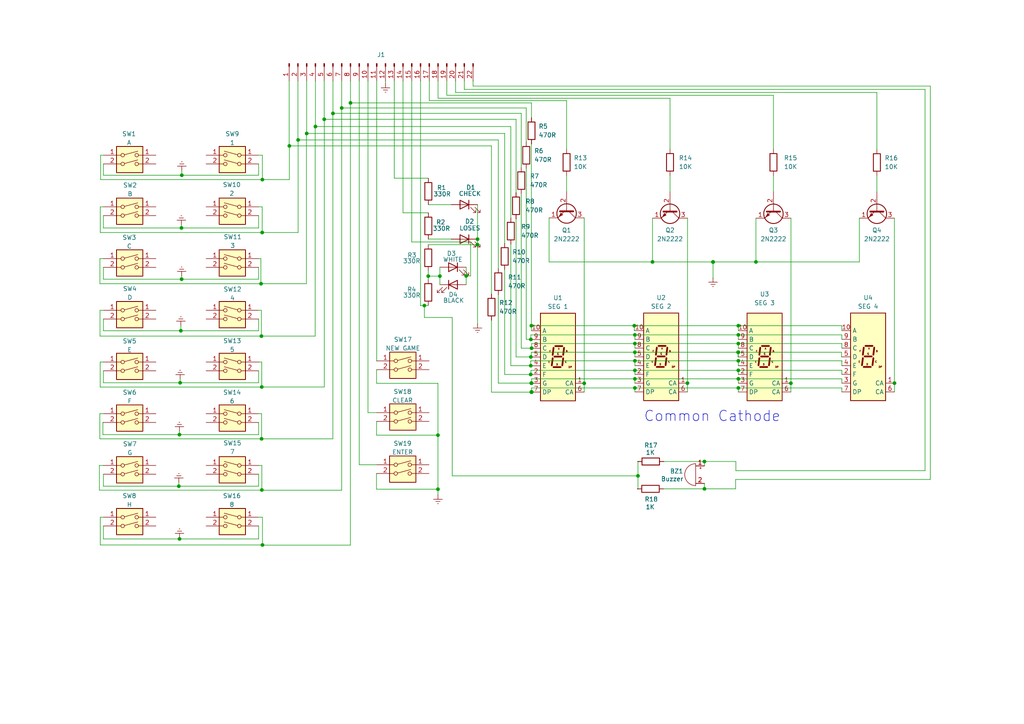
<source format=kicad_sch>
(kicad_sch (version 20230121) (generator eeschema)
  (paper "A4")
  (title_block (title "CHESSmate Membrane") (date "January 15, 2024"))
  (lib_symbols
    (symbol "Connector:Conn_01x22_Pin" (pin_names (offset 1.016) hide)
      (property "Reference" "J" (at 0 27.94 0))
      (property "Value" "Conn_01x22_Pin" (at 0 -30.48 0))
      (symbol "Conn_01x22_Pin_1_1"
        (pin passive line (at 5.08 25.4 180) (length 3.81) (name "Pin_1") (number "1"))
        (pin passive line (at 5.08 2.54 180) (length 3.81) (name "Pin_10") (number "10"))
        (pin passive line (at 5.08 0 180) (length 3.81) (name "Pin_11") (number "11"))
        (pin passive line (at 5.08 -2.54 180) (length 3.81) (name "Pin_12") (number "12"))
        (pin passive line (at 5.08 -5.08 180) (length 3.81) (name "Pin_13") (number "13"))
        (pin passive line (at 5.08 -7.62 180) (length 3.81) (name "Pin_14") (number "14"))
        (pin passive line (at 5.08 -10.16 180) (length 3.81) (name "Pin_15") (number "15"))
        (pin passive line (at 5.08 -12.7 180) (length 3.81) (name "Pin_16") (number "16"))
        (pin passive line (at 5.08 -15.24 180) (length 3.81) (name "Pin_17") (number "17"))
        (pin passive line (at 5.08 -17.78 180) (length 3.81) (name "Pin_18") (number "18"))
        (pin passive line (at 5.08 -20.32 180) (length 3.81) (name "Pin_19") (number "19"))
        (pin passive line (at 5.08 22.86 180) (length 3.81) (name "Pin_2") (number "2"))
        (pin passive line (at 5.08 -22.86 180) (length 3.81) (name "Pin_20") (number "20"))
        (pin passive line (at 5.08 -25.4 180) (length 3.81) (name "Pin_21") (number "21"))
        (pin passive line (at 5.08 -27.94 180) (length 3.81) (name "Pin_22") (number "22"))
        (pin passive line (at 5.08 20.32 180) (length 3.81) (name "Pin_3") (number "3"))
        (pin passive line (at 5.08 17.78 180) (length 3.81) (name "Pin_4") (number "4"))
        (pin passive line (at 5.08 15.24 180) (length 3.81) (name "Pin_5") (number "5"))
        (pin passive line (at 5.08 12.7 180) (length 3.81) (name "Pin_6") (number "6"))
        (pin passive line (at 5.08 10.16 180) (length 3.81) (name "Pin_7") (number "7"))
        (pin passive line (at 5.08 7.62 180) (length 3.81) (name "Pin_8") (number "8"))
        (pin passive line (at 5.08 5.08 180) (length 3.81) (name "Pin_9") (number "9"))
      )
    )
    (symbol "Device:Buzzer" (pin_names (offset 0.0254) hide)
      (property "Reference" "BZ" (at 3.81 1.27 0))
      (property "Value" "Buzzer" (at 3.81 -1.27 0))
      (symbol "Buzzer_1_1"
        (pin passive line (at -2.54 2.54 0) (length 2.54) (name "-") (number "1"))
        (pin passive line (at -2.54 -2.54 0) (length 2.54) (name "+") (number "2"))
      )
    )
    (symbol "Device:LED" (pin_numbers hide) (pin_names (offset 1.016) hide)
      (property "Reference" "D" (at 0 2.54 0))
      (property "Value" "LED" (at 0 -2.54 0))
      (symbol "LED_1_1"
        (pin passive line (at -3.81 0 0) (length 2.54) (name "K") (number "1"))
        (pin passive line (at 3.81 0 180) (length 2.54) (name "A") (number "2"))
      )
    )
    (symbol "Device:R" (pin_numbers hide) (pin_names (offset 0))
      (property "Reference" "R" (at 2.032 0 90))
      (property "Value" "R" (at 0 0 90))
      (symbol "R_1_1"
        (pin passive line (at 0 3.81 270) (length 1.27) (name "~") (number "1"))
        (pin passive line (at 0 -3.81 90) (length 1.27) (name "~") (number "2"))
      )
    )
    (symbol "Display_Character:HDSP-A151"
      (property "Reference" "U" (at -3.81 13.97 0))
      (property "Value" "HDSP-A151" (at 6.35 13.97 0))
      (symbol "HDSP-A151_1_0"
        (text "A" (at 0.254 2.413 0) (effects (font (size 0.508 0.508))))
        (text "B" (at 2.54 1.651 0) (effects (font (size 0.508 0.508))))
        (text "C" (at 2.286 -1.397 0) (effects (font (size 0.508 0.508))))
        (text "D" (at -0.254 -2.159 0) (effects (font (size 0.508 0.508))))
        (text "DP" (at 3.556 -2.921 0) (effects (font (size 0.508 0.508))))
        (text "E" (at -2.54 -1.397 0) (effects (font (size 0.508 0.508))))
        (text "F" (at -2.286 1.651 0) (effects (font (size 0.508 0.508))))
        (text "G" (at 0 0.889 0) (effects (font (size 0.508 0.508))))
      )
      (symbol "HDSP-A151_1_1"
        (pin input line (at 7.62 -7.62 180) (length 2.54) (name "CA") (number "1"))
        (pin input line (at -7.62 7.62 0) (length 2.54) (name "A") (number "10"))
        (pin input line (at -7.62 -5.08 0) (length 2.54) (name "F") (number "2"))
        (pin input line (at -7.62 -7.62 0) (length 2.54) (name "G") (number "3"))
        (pin input line (at -7.62 -2.54 0) (length 2.54) (name "E") (number "4"))
        (pin input line (at -7.62 0 0) (length 2.54) (name "D") (number "5"))
        (pin input line (at 7.62 -10.16 180) (length 2.54) (name "CA") (number "6"))
        (pin input line (at -7.62 -10.16 0) (length 2.54) (name "DP") (number "7"))
        (pin input line (at -7.62 2.54 0) (length 2.54) (name "C") (number "8"))
        (pin input line (at -7.62 5.08 0) (length 2.54) (name "B") (number "9"))
      )
    )
    (symbol "SW_DIP_x02_1" (pin_names (offset 0) hide)
      (property "Reference" "SW17" (at 0.0254 8.7376 0))
      (property "Value" "NEW GAME" (at 0.0254 6.1976 0))
      (symbol "SW_DIP_x02_1_1_1"
        (pin passive line (at -7.62 2.54 0) (length 5.08) (name "~") (number "1"))
        (pin passive line (at 7.62 2.54 180) (length 5.08) (name "~") (number "1"))
        (pin passive line (at -7.62 0 0) (length 5.08) (name "~") (number "2"))
        (pin passive line (at 7.62 0 180) (length 5.08) (name "~") (number "2"))
      )
    )
    (symbol "SW_DIP_x02_10" (pin_names (offset 0) hide)
      (property "Reference" "SW4" (at 0.0508 8.7884 0))
      (property "Value" "D" (at 0.0508 6.2484 0))
      (symbol "SW_DIP_x02_10_1_1"
        (pin passive line (at -7.62 2.54 0) (length 5.08) (name "~") (number "1"))
        (pin passive line (at 7.62 2.54 180) (length 5.08) (name "~") (number "1"))
        (pin passive line (at -7.62 0 0) (length 5.08) (name "~") (number "2"))
        (pin passive line (at 7.62 0 180) (length 5.08) (name "~") (number "2"))
      )
    )
    (symbol "SW_DIP_x02_11" (pin_names (offset 0) hide)
      (property "Reference" "SW12" (at -0.0508 8.636 0))
      (property "Value" "4" (at -0.0508 6.096 0))
      (symbol "SW_DIP_x02_11_1_1"
        (pin passive line (at -7.62 2.54 0) (length 5.08) (name "~") (number "1"))
        (pin passive line (at 7.62 2.54 180) (length 5.08) (name "~") (number "1"))
        (pin passive line (at -7.62 0 0) (length 5.08) (name "~") (number "2"))
        (pin passive line (at 7.62 0 180) (length 5.08) (name "~") (number "2"))
      )
    )
    (symbol "SW_DIP_x02_12" (pin_names (offset 0) hide)
      (property "Reference" "SW5" (at -0.0254 8.6106 0))
      (property "Value" "E" (at -0.0254 6.0706 0))
      (symbol "SW_DIP_x02_12_1_1"
        (pin passive line (at -7.62 2.54 0) (length 5.08) (name "~") (number "1"))
        (pin passive line (at 7.62 2.54 180) (length 5.08) (name "~") (number "1"))
        (pin passive line (at -7.62 0 0) (length 5.08) (name "~") (number "2"))
        (pin passive line (at 7.62 0 180) (length 5.08) (name "~") (number "2"))
      )
    )
    (symbol "SW_DIP_x02_13" (pin_names (offset 0) hide)
      (property "Reference" "SW13" (at 0.0254 8.6868 0))
      (property "Value" "5" (at 0.0254 6.1468 0))
      (symbol "SW_DIP_x02_13_1_1"
        (pin passive line (at -7.62 2.54 0) (length 5.08) (name "~") (number "1"))
        (pin passive line (at 7.62 2.54 180) (length 5.08) (name "~") (number "1"))
        (pin passive line (at -7.62 0 0) (length 5.08) (name "~") (number "2"))
        (pin passive line (at 7.62 0 180) (length 5.08) (name "~") (number "2"))
      )
    )
    (symbol "SW_DIP_x02_14" (pin_names (offset 0) hide)
      (property "Reference" "SW6" (at 0 8.7122 0))
      (property "Value" "F" (at 0 6.1722 0))
      (symbol "SW_DIP_x02_14_1_1"
        (pin passive line (at -7.62 2.54 0) (length 5.08) (name "~") (number "1"))
        (pin passive line (at 7.62 2.54 180) (length 5.08) (name "~") (number "1"))
        (pin passive line (at -7.62 0 0) (length 5.08) (name "~") (number "2"))
        (pin passive line (at 7.62 0 180) (length 5.08) (name "~") (number "2"))
      )
    )
    (symbol "SW_DIP_x02_15" (pin_names (offset 0) hide)
      (property "Reference" "SW14" (at 0.0508 8.7122 0))
      (property "Value" "6" (at 0.0508 6.1722 0))
      (symbol "SW_DIP_x02_15_1_1"
        (pin passive line (at -7.62 2.54 0) (length 5.08) (name "~") (number "1"))
        (pin passive line (at 7.62 2.54 180) (length 5.08) (name "~") (number "1"))
        (pin passive line (at -7.62 0 0) (length 5.08) (name "~") (number "2"))
        (pin passive line (at 7.62 0 180) (length 5.08) (name "~") (number "2"))
      )
    )
    (symbol "SW_DIP_x02_16" (pin_names (offset 0) hide)
      (property "Reference" "SW7" (at 0.0508 8.763 0))
      (property "Value" "G" (at 0.0508 6.223 0))
      (symbol "SW_DIP_x02_16_1_1"
        (pin passive line (at -7.62 2.54 0) (length 5.08) (name "~") (number "1"))
        (pin passive line (at 7.62 2.54 180) (length 5.08) (name "~") (number "1"))
        (pin passive line (at -7.62 0 0) (length 5.08) (name "~") (number "2"))
        (pin passive line (at 7.62 0 180) (length 5.08) (name "~") (number "2"))
      )
    )
    (symbol "SW_DIP_x02_17" (pin_names (offset 0) hide)
      (property "Reference" "SW15" (at -0.0254 9.0424 0))
      (property "Value" "7" (at -0.0254 6.5024 0))
      (symbol "SW_DIP_x02_17_1_1"
        (pin passive line (at -7.62 2.54 0) (length 5.08) (name "~") (number "1"))
        (pin passive line (at 7.62 2.54 180) (length 5.08) (name "~") (number "1"))
        (pin passive line (at -7.62 0 0) (length 5.08) (name "~") (number "2"))
        (pin passive line (at 7.62 0 180) (length 5.08) (name "~") (number "2"))
      )
    )
    (symbol "SW_DIP_x02_18" (pin_names (offset 0) hide)
      (property "Reference" "SW8" (at -0.0762 8.7376 0))
      (property "Value" "H" (at -0.0762 6.1976 0))
      (symbol "SW_DIP_x02_18_1_1"
        (pin passive line (at -7.62 2.54 0) (length 5.08) (name "~") (number "1"))
        (pin passive line (at 7.62 2.54 180) (length 5.08) (name "~") (number "1"))
        (pin passive line (at -7.62 0 0) (length 5.08) (name "~") (number "2"))
        (pin passive line (at 7.62 0 180) (length 5.08) (name "~") (number "2"))
      )
    )
    (symbol "SW_DIP_x02_2" (pin_names (offset 0) hide)
      (property "Reference" "SW18" (at -0.0762 8.636 0))
      (property "Value" "CLEAR" (at -0.0762 6.096 0))
      (symbol "SW_DIP_x02_2_1_1"
        (pin passive line (at -7.62 2.54 0) (length 5.08) (name "~") (number "1"))
        (pin passive line (at 7.62 2.54 180) (length 5.08) (name "~") (number "1"))
        (pin passive line (at -7.62 0 0) (length 5.08) (name "~") (number "2"))
        (pin passive line (at 7.62 0 180) (length 5.08) (name "~") (number "2"))
      )
    )
    (symbol "SW_DIP_x02_3" (pin_names (offset 0) hide)
      (property "Reference" "SW19" (at -0.0508 8.7122 0))
      (property "Value" "ENTER" (at -0.0508 6.1722 0))
      (symbol "SW_DIP_x02_3_1_1"
        (pin passive line (at -7.62 2.54 0) (length 5.08) (name "~") (number "1"))
        (pin passive line (at 7.62 2.54 180) (length 5.08) (name "~") (number "1"))
        (pin passive line (at -7.62 0 0) (length 5.08) (name "~") (number "2"))
        (pin passive line (at 7.62 0 180) (length 5.08) (name "~") (number "2"))
      )
    )
    (symbol "SW_DIP_x02_4" (pin_names (offset 0) hide)
      (property "Reference" "SW1" (at -0.1778 8.7122 0))
      (property "Value" "A" (at -0.1778 6.1722 0))
      (symbol "SW_DIP_x02_4_1_1"
        (pin passive line (at -7.62 2.54 0) (length 5.08) (name "~") (number "1"))
        (pin passive line (at 7.62 2.54 180) (length 5.08) (name "~") (number "1"))
        (pin passive line (at -7.62 0 0) (length 5.08) (name "~") (number "2"))
        (pin passive line (at 7.62 0 180) (length 5.08) (name "~") (number "2"))
      )
    )
    (symbol "SW_DIP_x02_5" (pin_names (offset 0) hide)
      (property "Reference" "SW9" (at 0 8.7122 0))
      (property "Value" "1" (at 0 6.1722 0))
      (symbol "SW_DIP_x02_5_1_1"
        (pin passive line (at -7.62 2.54 0) (length 5.08) (name "~") (number "1"))
        (pin passive line (at 7.62 2.54 180) (length 5.08) (name "~") (number "1"))
        (pin passive line (at 7.62 0 180) (length 5.08) (name "`") (number "2"))
        (pin passive line (at -7.62 0 0) (length 5.08) (name "~") (number "2"))
      )
    )
    (symbol "SW_DIP_x02_6" (pin_names (offset 0) hide)
      (property "Reference" "SW2" (at 0.1016 8.8138 0))
      (property "Value" "B" (at 0.1016 6.2738 0))
      (symbol "SW_DIP_x02_6_1_1"
        (pin passive line (at -7.62 2.54 0) (length 5.08) (name "~") (number "1"))
        (pin passive line (at 7.62 2.54 180) (length 5.08) (name "~") (number "1"))
        (pin passive line (at -7.62 0 0) (length 5.08) (name "~") (number "2"))
        (pin passive line (at 7.62 0 180) (length 5.08) (name "~") (number "2"))
      )
    )
    (symbol "SW_DIP_x02_7" (pin_names (offset 0) hide)
      (property "Reference" "SW10" (at 0.1524 8.9662 0))
      (property "Value" "2" (at 0.1524 6.4262 0))
      (symbol "SW_DIP_x02_7_1_1"
        (pin passive line (at -7.62 2.54 0) (length 5.08) (name "~") (number "1"))
        (pin passive line (at 7.62 2.54 180) (length 5.08) (name "~") (number "1"))
        (pin passive line (at -7.62 0 0) (length 5.08) (name "~") (number "2"))
        (pin passive line (at 7.62 0 180) (length 5.08) (name "~") (number "2"))
      )
    )
    (symbol "SW_DIP_x02_8" (pin_names (offset 0) hide)
      (property "Reference" "SW3" (at -0.1016 8.6614 0))
      (property "Value" "C" (at -0.1016 6.1214 0))
      (symbol "SW_DIP_x02_8_1_1"
        (pin passive line (at -7.62 2.54 0) (length 5.08) (name "~") (number "1"))
        (pin passive line (at 7.62 2.54 180) (length 5.08) (name "~") (number "1"))
        (pin passive line (at -7.62 0 0) (length 5.08) (name "~") (number "2"))
        (pin passive line (at 7.62 0 180) (length 5.08) (name "~") (number "2"))
      )
    )
    (symbol "SW_DIP_x02_9" (pin_names (offset 0) hide)
      (property "Reference" "SW11" (at -0.1016 8.8392 0))
      (property "Value" "3" (at -0.1016 6.2992 0))
      (symbol "SW_DIP_x02_9_1_1"
        (pin passive line (at -7.62 2.54 0) (length 5.08) (name "~") (number "1"))
        (pin passive line (at 7.62 2.54 180) (length 5.08) (name "~") (number "1"))
        (pin passive line (at -7.62 0 0) (length 5.08) (name "~") (number "2"))
        (pin passive line (at 7.62 0 180) (length 5.08) (name "~") (number "2"))
      )
    )
    (symbol "Switch:SW_DIP_x02" (pin_names (offset 0) hide)
      (property "Reference" "SW16" (at 0.127 8.7376 0))
      (property "Value" "8" (at 0.127 6.1976 0))
      (symbol "SW_DIP_x02_1_1"
        (pin passive line (at -7.62 2.54 0) (length 5.08) (name "~") (number "1"))
        (pin passive line (at 7.62 2.54 180) (length 5.08) (name "~") (number "1"))
        (pin passive line (at -7.62 0 0) (length 5.08) (name "~") (number "2"))
        (pin passive line (at 7.62 0 180) (length 5.08) (name "~") (number "2"))
      )
    )
    (symbol "Transistor_BJT:PN2222A" (pin_names (offset 0) hide)
      (property "Reference" "Q" (at 5.08 1.905 0))
      (property "Value" "PN2222A" (at 5.08 0 0))
      (symbol "PN2222A_1_1"
        (pin passive line (at 2.54 -5.08 90) (length 2.54) (name "E") (number "1"))
        (pin input line (at -5.08 0 0) (length 5.08) (name "B") (number "2"))
        (pin passive line (at 2.54 5.08 270) (length 2.54) (name "C") (number "3"))
      )
    )
    (symbol "power:GNDREF" (power) (pin_names (offset 0))
      (property "Value" "GNDREF" (at 0 -3.81 0))
      (symbol "GNDREF_1_1"
        (pin power_in line (at 0 0 270) (length 0) hide (name "GNDREF") (number "1"))
      )
    )
  )
  (junction (at 154.1272 94.4626))
  (junction (at 101.6508 29.845))
  (junction (at 135.2042 80.0354))
  (junction (at 154.1526 111.1504))
  (junction (at 52.6288 66.1162))
  (junction (at 184.15 97.1296))
  (junction (at 214.1474 102.1588))
  (junction (at 75.9206 112.2426))
  (junction (at 127.0254 126.2126))
  (junction (at 206.8068 75.9714))
  (junction (at 154.1474 111.125))
  (junction (at 154.178 100.9904))
  (junction (at 75.946 142.113))
  (junction (at 154.1728 113.7412))
  (junction (at 169.4434 111.1758))
  (junction (at 199.39 111.125))
  (junction (at 184.15 112.522))
  (junction (at 214.1474 99.6442))
  (junction (at 52.2478 111.0234))
  (junction (at 83.9216 42.3164))
  (junction (at 138.5062 69.3674))
  (junction (at 214.1474 112.522))
  (junction (at 52.6796 80.9752))
  (junction (at 75.819 97.4852))
  (junction (at 219.2528 75.9714))
  (junction (at 154.1526 113.7412))
  (junction (at 214.0712 102.1588))
  (junction (at 184.15 102.1588))
  (junction (at 86.4616 40.5892))
  (junction (at 76.0476 67.437))
  (junction (at 259.4356 111.125))
  (junction (at 138.5062 70.9676))
  (junction (at 76.0984 52.0954))
  (junction (at 52.7304 50.8254))
  (junction (at 204.3176 141.7828))
  (junction (at 189.2554 75.9714))
  (junction (at 153.9748 98.4504))
  (junction (at 91.4908 36.703))
  (junction (at 214.1474 109.8804))
  (junction (at 184.15 109.8804))
  (junction (at 76.1238 158.0642))
  (junction (at 153.9494 106.0704))
  (junction (at 229.3874 111.1504))
  (junction (at 99.1108 31.3182))
  (junction (at 96.5708 32.893))
  (junction (at 185.039 138.0236))
  (junction (at 214.1474 104.648))
  (junction (at 214.1474 94.4626))
  (junction (at 184.15 107.4166))
  (junction (at 154.1728 113.6904))
  (junction (at 214.1474 97.1296))
  (junction (at 75.7174 82.296))
  (junction (at 184.15 104.648))
  (junction (at 94.0308 34.5948))
  (junction (at 184.15 99.6442))
  (junction (at 154.1018 111.125))
  (junction (at 88.9508 38.7096))
  (junction (at 52.451 95.9358))
  (junction (at 206.8068 75.9968))
  (junction (at 51.8668 141.0208))
  (junction (at 127.5842 80.0862))
  (junction (at 183.9722 94.4626))
  (junction (at 52.0446 126.0602))
  (junction (at 214.1474 107.4166))
  (junction (at 123.0884 88.6206))
  (junction (at 153.924 108.6104))
  (junction (at 127.0254 141.8844))
  (junction (at 52.07 156.3116))
  (junction (at 154.1526 113.6904))
  (junction (at 204.3176 133.858))
  (junction (at 124.206 80.0862))
  (junction (at 153.9748 103.5304))
  (junction (at 75.8698 127.2794))
  (wire (pts (xy 214.1474 97.1296) (xy 214.1474 98.4504)))
  (wire (pts (xy 29.9974 77.5462) (xy 29.9974 80.9752)))
  (wire (pts (xy 199.39 111.125) (xy 199.4154 111.125)))
  (wire (pts (xy 121.9708 23.495) (xy 121.9708 88.646)))
  (wire (pts (xy 75.0062 45.0088) (xy 76.0984 45.0088)))
  (wire (pts (xy 151.2062 100.9904) (xy 154.178 100.9904)))
  (wire (pts (xy 52.451 95.9358) (xy 75.0062 95.9358)))
  (wire (pts (xy 83.9216 42.3164) (xy 142.5448 42.3164)))
  (wire (pts (xy 244.1702 112.522) (xy 244.1702 113.665)))
  (wire (pts (xy 219.2528 63.2766) (xy 219.2528 75.9714)))
  (wire (pts (xy 194.3354 28.4988) (xy 194.3354 43.2766)))
  (wire (pts (xy 269.8242 24.9682) (xy 269.8242 139.065)))
  (wire (pts (xy 244.1702 94.4626) (xy 244.1702 95.885)))
  (wire (pts (xy 94.0562 34.7472) (xy 94.0562 112.2426)))
  (wire (pts (xy 116.8908 61.722) (xy 116.8908 23.495)))
  (wire (pts (xy 229.3874 113.6904) (xy 229.3874 111.1504)))
  (wire (pts (xy 111.8108 23.495) (xy 111.8108 24.2062)))
  (wire (pts (xy 154.1526 113.7412) (xy 154.1526 113.6904)))
  (wire (pts (xy 121.9962 88.6206) (xy 123.0884 88.6206)))
  (wire (pts (xy 29.083 59.9948) (xy 29.9974 59.9948)))
  (wire (pts (xy 75.0062 95.9358) (xy 75.0062 92.5322)))
  (wire (pts (xy 214.1474 99.6442) (xy 214.1474 100.9904)))
  (wire (pts (xy 164.338 43.2816) (xy 164.338 29.1846)))
  (wire (pts (xy 213.4362 133.858) (xy 213.4362 136.5504)))
  (wire (pts (xy 124.5108 23.495) (xy 124.5108 29.1846)))
  (wire (pts (xy 214.1474 113.6904) (xy 214.1474 112.522)))
  (wire (pts (xy 28.9814 75.0062) (xy 29.9974 75.0062)))
  (wire (pts (xy 154.0002 108.6104) (xy 153.924 108.6104)))
  (wire (pts (xy 114.3762 51.6128) (xy 114.3508 51.6128)))
  (wire (pts (xy 104.1908 23.495) (xy 104.1908 134.7978)))
  (wire (pts (xy 29.9974 50.8254) (xy 52.7304 50.8254)))
  (wire (pts (xy 146.3802 78.1812) (xy 146.3802 108.6104)))
  (wire (pts (xy 152.6286 98.4504) (xy 153.9748 98.4504)))
  (wire (pts (xy 152.6286 31.3182) (xy 152.6286 41.2242)))
  (wire (pts (xy 101.6508 29.8958) (xy 101.6508 29.845)))
  (wire (pts (xy 29.0576 105.029) (xy 29.083 105.029)))
  (wire (pts (xy 214.0712 102.1588) (xy 214.0712 103.5304)))
  (wire (pts (xy 124.206 80.0862) (xy 124.206 81.0006)))
  (wire (pts (xy 184.15 112.522) (xy 184.15 113.665)))
  (wire (pts (xy 132.1308 26.8224) (xy 254.3302 26.8224)))
  (wire (pts (xy 142.5448 113.7412) (xy 154.1526 113.7412)))
  (wire (pts (xy 154.1728 113.7412) (xy 154.1728 113.6904)))
  (wire (pts (xy 29.083 105.029) (xy 29.083 105.0036)))
  (wire (pts (xy 154.0256 98.4758) (xy 154.0256 98.4504)))
  (wire (pts (xy 149.6822 63.5) (xy 149.6822 103.5304)))
  (wire (pts (xy 86.4616 40.5892) (xy 144.526 40.5892)))
  (wire (pts (xy 206.8068 75.9714) (xy 206.8068 75.9968)))
  (wire (pts (xy 136.4996 70.1802) (xy 136.4996 80.0354)))
  (wire (pts (xy 101.6254 29.8958) (xy 101.6254 158.115)))
  (wire (pts (xy 52.7304 50.8254) (xy 75.0062 50.8254)))
  (wire (pts (xy 99.1108 31.3182) (xy 99.0346 31.3182)))
  (wire (pts (xy 244.1956 104.648) (xy 244.1956 104.7242)))
  (wire (pts (xy 154.2034 108.6358) (xy 153.924 108.6358)))
  (wire (pts (xy 214.1474 97.1296) (xy 244.1702 97.1296)))
  (wire (pts (xy 144.526 85.4964) (xy 144.526 111.125)))
  (wire (pts (xy 109.1946 137.3378) (xy 109.1946 141.8844)))
  (wire (pts (xy 124.2314 59.3598) (xy 130.8862 59.3598)))
  (wire (pts (xy 185.039 133.8326) (xy 185.039 138.0236)))
  (wire (pts (xy 91.4908 36.703) (xy 148.1582 36.703)))
  (wire (pts (xy 29.9974 156.3116) (xy 52.07 156.3116)))
  (wire (pts (xy 88.8746 38.7096) (xy 88.9508 38.7096)))
  (wire (pts (xy 199.4154 111.125) (xy 199.4154 63.2714)))
  (wire (pts (xy 29.9974 152.5524) (xy 29.9974 156.3116)))
  (wire (pts (xy 29.845 126.0602) (xy 29.845 122.5296)))
  (wire (pts (xy 154.2034 98.4758) (xy 154.0256 98.4758)))
  (wire (pts (xy 185.039 133.8326) (xy 184.9628 133.8326)))
  (wire (pts (xy 96.5962 32.893) (xy 96.5962 32.8676)))
  (wire (pts (xy 213.4362 133.858) (xy 204.3176 133.858)))
  (wire (pts (xy 154.1474 111.125) (xy 154.1526 111.125)))
  (wire (pts (xy 127.0508 28.4988) (xy 194.3354 28.4988)))
  (wire (pts (xy 204.3176 133.858) (xy 204.3176 135.128)))
  (wire (pts (xy 224.3324 50.8966) (xy 224.3328 55.6566)))
  (wire (pts (xy 229.4128 111.1504) (xy 229.3874 111.1504)))
  (wire (pts (xy 106.7308 23.495) (xy 106.7308 119.6848)))
  (wire (pts (xy 29.083 67.437) (xy 76.0476 67.437)))
  (wire (pts (xy 224.3328 27.6352) (xy 224.3324 43.2766)))
  (wire (pts (xy 124.206 78.5876) (xy 124.206 80.0862)))
  (wire (pts (xy 29.083 59.9948) (xy 29.083 67.437)))
  (wire (pts (xy 29.0068 97.4852) (xy 75.819 97.4852)))
  (wire (pts (xy 154.1526 111.125) (xy 154.1526 111.1504)))
  (wire (pts (xy 244.1702 99.6188) (xy 244.1702 100.965)))
  (wire (pts (xy 192.5574 133.858) (xy 204.3176 133.858)))
  (wire (pts (xy 109.22 111.1758) (xy 127.0254 111.1758)))
  (wire (pts (xy 119.4054 70.1802) (xy 136.4996 70.1802)))
  (wire (pts (xy 88.8746 38.7096) (xy 88.8746 82.296)))
  (wire (pts (xy 29.083 150.0124) (xy 29.083 158.0642)))
  (wire (pts (xy 244.0686 103.505) (xy 244.0686 102.1588)))
  (wire (pts (xy 169.4434 63.1952) (xy 169.4434 111.1758)))
  (wire (pts (xy 99.1108 23.495) (xy 99.1108 31.3182)))
  (wire (pts (xy 154.1018 103.5304) (xy 153.9748 103.5304)))
  (wire (pts (xy 214.1474 94.4626) (xy 244.1702 94.4626)))
  (wire (pts (xy 138.5062 69.3674) (xy 138.5062 70.9676)))
  (wire (pts (xy 29.1846 45.0088) (xy 29.9974 45.0088)))
  (wire (pts (xy 151.1808 100.965) (xy 151.2062 100.965)))
  (wire (pts (xy 127.0254 126.2126) (xy 127.0254 141.8844)))
  (wire (pts (xy 184.8866 141.8082) (xy 184.8866 141.7828)))
  (wire (pts (xy 76.0476 59.9948) (xy 76.0476 67.437)))
  (wire (pts (xy 142.5448 42.3164) (xy 142.5448 85.2678)))
  (wire (pts (xy 164.338 29.1846) (xy 124.5108 29.1846)))
  (wire (pts (xy 124.206 70.9676) (xy 138.5062 70.9676)))
  (wire (pts (xy 94.0308 23.495) (xy 94.0308 34.5948)))
  (wire (pts (xy 154.2034 95.9358) (xy 154.1272 95.9358)))
  (wire (pts (xy 154.0002 107.4166) (xy 154.0002 108.6104)))
  (wire (pts (xy 244.1702 109.8804) (xy 244.1702 111.125)))
  (wire (pts (xy 244.1702 103.505) (xy 244.0686 103.505)))
  (wire (pts (xy 244.1702 97.1296) (xy 244.1702 98.425)))
  (wire (pts (xy 214.1474 104.648) (xy 214.1474 106.0704)))
  (wire (pts (xy 199.39 111.125) (xy 199.39 113.665)))
  (wire (pts (xy 121.9962 88.646) (xy 121.9962 88.6206)))
  (wire (pts (xy 52.2478 111.0234) (xy 75.0062 111.0234)))
  (wire (pts (xy 94.0562 34.7472) (xy 94.0308 34.7472)))
  (wire (pts (xy 96.5454 32.893) (xy 96.5708 32.893)))
  (wire (pts (xy 214.1474 109.8804) (xy 244.1702 109.8804)))
  (wire (pts (xy 29.0576 112.268) (xy 75.9206 112.268)))
  (wire (pts (xy 96.5708 32.893) (xy 96.5962 32.893)))
  (wire (pts (xy 28.9814 82.296) (xy 75.7174 82.296)))
  (wire (pts (xy 129.5908 27.6352) (xy 224.3328 27.6352)))
  (wire (pts (xy 106.7308 119.6848) (xy 109.22 119.6848)))
  (wire (pts (xy 29.9974 107.5436) (xy 29.9974 111.0234)))
  (wire (pts (xy 130.8862 69.342) (xy 130.8862 69.3674)))
  (wire (pts (xy 75.946 135.001) (xy 75.946 142.113)))
  (wire (pts (xy 114.3508 51.6128) (xy 114.3508 23.495)))
  (wire (pts (xy 152.6286 48.8442) (xy 152.6286 98.4504)))
  (wire (pts (xy 99.1108 31.3182) (xy 152.6286 31.3182)))
  (wire (pts (xy 146.3802 108.6104) (xy 153.924 108.6104)))
  (wire (pts (xy 154.1526 113.6904) (xy 154.1728 113.6904)))
  (wire (pts (xy 214.1474 99.6442) (xy 244.1448 99.6442)))
  (wire (pts (xy 185.039 138.0236) (xy 185.039 141.8082)))
  (wire (pts (xy 88.9508 23.495) (xy 88.9508 38.7096)))
  (wire (pts (xy 101.6254 29.8958) (xy 101.6508 29.8958)))
  (wire (pts (xy 127.5842 80.0862) (xy 127.5842 82.5754)))
  (wire (pts (xy 75.9206 112.268) (xy 75.9206 112.2426)))
  (wire (pts (xy 75.7174 82.3214) (xy 75.7174 82.296)))
  (wire (pts (xy 154.178 111.1504) (xy 154.178 109.8804)))
  (wire (pts (xy 192.4812 141.7828) (xy 204.3176 141.7828)))
  (wire (pts (xy 214.0712 103.5304) (xy 214.1474 103.5304)))
  (wire (pts (xy 52.6288 66.0908) (xy 52.6034 66.0908)))
  (wire (pts (xy 214.1474 107.4166) (xy 214.1474 108.6104)))
  (wire (pts (xy 184.15 112.522) (xy 214.1474 112.522)))
  (wire (pts (xy 124.2314 59.3598) (xy 124.2314 59.309)))
  (wire (pts (xy 52.6796 80.9752) (xy 75.0062 80.9752)))
  (wire (pts (xy 29.9974 92.5322) (xy 29.9974 95.9358)))
  (wire (pts (xy 91.4146 36.703) (xy 91.4908 36.703)))
  (wire (pts (xy 184.9628 133.858) (xy 184.9374 133.858)))
  (wire (pts (xy 76.1238 150.0124) (xy 76.1238 158.0642)))
  (wire (pts (xy 151.1808 56.1848) (xy 151.1808 100.965)))
  (wire (pts (xy 259.4102 111.0944) (xy 259.4356 111.0944)))
  (wire (pts (xy 184.15 104.648) (xy 214.1474 104.648)))
  (wire (pts (xy 183.9722 94.4626) (xy 183.9722 95.885)))
  (wire (pts (xy 94.0308 34.5948) (xy 149.6822 34.5948)))
  (wire (pts (xy 214.1474 107.3912) (xy 244.1702 107.3912)))
  (wire (pts (xy 219.2528 75.9714) (xy 249.2502 75.9714)))
  (wire (pts (xy 109.1946 141.8844) (xy 127.0254 141.8844)))
  (wire (pts (xy 75.946 142.1892) (xy 99.1108 142.1892)))
  (wire (pts (xy 249.2502 63.2714) (xy 249.2502 75.9714)))
  (wire (pts (xy 109.22 126.2126) (xy 127.0254 126.2126)))
  (wire (pts (xy 144.526 40.5892) (xy 144.526 77.8764)))
  (wire (pts (xy 129.5908 27.6352) (xy 129.5908 23.495)))
  (wire (pts (xy 28.829 135.001) (xy 28.829 142.1638)))
  (wire (pts (xy 154.2034 111.1758) (xy 154.1018 111.1758)))
  (wire (pts (xy 244.1702 104.7242) (xy 244.1702 106.045)))
  (wire (pts (xy 244.1702 107.3912) (xy 244.1702 108.585)))
  (wire (pts (xy 154.1526 113.6904) (xy 154.1526 112.522)))
  (wire (pts (xy 101.6508 23.495) (xy 101.6508 29.845)))
  (wire (pts (xy 119.4054 69.85) (xy 119.4308 69.85)))
  (wire (pts (xy 153.9748 98.4504) (xy 154.0256 98.4504)))
  (wire (pts (xy 104.1908 134.7978) (xy 109.1946 134.7978)))
  (wire (pts (xy 135.2042 77.4954) (xy 135.2042 80.0354)))
  (wire (pts (xy 76.1238 158.115) (xy 101.6254 158.115)))
  (wire (pts (xy 76.0984 142.113) (xy 75.946 142.113)))
  (wire (pts (xy 131.1656 138.0236) (xy 185.039 138.0236)))
  (wire (pts (xy 51.8668 139.9032) (xy 51.8668 141.0208)))
  (wire (pts (xy 214.1474 102.1588) (xy 214.1474 103.5304)))
  (wire (pts (xy 75.819 89.9922) (xy 75.819 97.4852)))
  (wire (pts (xy 184.15 97.1296) (xy 214.1474 97.1296)))
  (wire (pts (xy 259.4102 111.125) (xy 259.4356 111.125)))
  (wire (pts (xy 52.0446 126.0602) (xy 75.0062 126.0602)))
  (wire (pts (xy 28.829 135.001) (xy 29.9974 135.001)))
  (wire (pts (xy 206.8068 75.9968) (xy 206.8068 80.5688)))
  (wire (pts (xy 75.0062 122.5296) (xy 75.0062 126.0602)))
  (wire (pts (xy 146.3802 38.7096) (xy 146.3802 70.5612)))
  (wire (pts (xy 184.15 99.6442) (xy 184.15 100.965)))
  (wire (pts (xy 153.9748 97.1296) (xy 153.9748 98.4504)))
  (wire (pts (xy 75.0062 50.8254) (xy 75.0062 47.5488)))
  (wire (pts (xy 149.6822 103.5304) (xy 153.9748 103.5304)))
  (wire (pts (xy 29.0068 89.9922) (xy 29.0068 97.4852)))
  (wire (pts (xy 184.15 109.855) (xy 184.15 109.8804)))
  (wire (pts (xy 76.1238 158.115) (xy 76.1238 158.0642)))
  (wire (pts (xy 183.9722 95.885) (xy 184.15 95.885)))
  (wire (pts (xy 75.0062 150.0124) (xy 76.1238 150.0124)))
  (wire (pts (xy 52.6288 66.1162) (xy 75.0062 66.1162)))
  (wire (pts (xy 214.1474 109.8804) (xy 214.1474 111.1504)))
  (wire (pts (xy 169.4434 111.1758) (xy 169.4434 113.7158)))
  (wire (pts (xy 154.1272 94.4626) (xy 154.1272 95.9358)))
  (wire (pts (xy 101.6508 29.845) (xy 154.1526 29.845)))
  (wire (pts (xy 194.3354 50.8966) (xy 194.3354 55.6514)))
  (wire (pts (xy 153.9748 97.1296) (xy 184.15 97.1296)))
  (wire (pts (xy 127.0254 111.1758) (xy 127.0254 126.2126)))
  (wire (pts (xy 29.9974 137.541) (xy 29.9974 141.0208)))
  (wire (pts (xy 75.6666 75.0062) (xy 75.6666 82.3214)))
  (wire (pts (xy 137.2108 24.9682) (xy 269.8242 24.9682)))
  (wire (pts (xy 244.1956 104.7242) (xy 244.1702 104.7242)))
  (wire (pts (xy 29.9974 141.0208) (xy 51.8668 141.0208)))
  (wire (pts (xy 75.6666 82.3214) (xy 75.7174 82.3214)))
  (wire (pts (xy 254.3302 26.8224) (xy 254.3302 43.307)))
  (wire (pts (xy 88.9508 38.7096) (xy 146.3802 38.7096)))
  (wire (pts (xy 154.178 109.8804) (xy 184.15 109.8804)))
  (wire (pts (xy 131.1656 92.075) (xy 123.0884 92.075)))
  (wire (pts (xy 52.6796 79.9846) (xy 52.6796 80.9752)))
  (wire (pts (xy 213.4616 136.525) (xy 268.3002 136.525)))
  (wire (pts (xy 83.8708 23.495) (xy 83.8708 42.3164)))
  (wire (pts (xy 52.7304 49.4538) (xy 52.7304 50.8254)))
  (wire (pts (xy 91.4146 36.703) (xy 91.4146 97.4852)))
  (wire (pts (xy 214.1474 94.4626) (xy 214.1474 95.9104)))
  (wire (pts (xy 75.0062 66.1162) (xy 75.0062 62.5348)))
  (wire (pts (xy 29.0068 89.9922) (xy 29.9974 89.9922)))
  (wire (pts (xy 184.15 103.505) (xy 184.15 102.1588)))
  (wire (pts (xy 52.451 94.4118) (xy 52.451 95.9358)))
  (wire (pts (xy 151.1808 32.8676) (xy 151.1808 48.5648)))
  (wire (pts (xy 213.36 141.7828) (xy 213.36 139.065)))
  (wire (pts (xy 83.9216 42.3164) (xy 83.8708 42.3164)))
  (wire (pts (xy 124.206 80.0862) (xy 127.5842 80.0862)))
  (wire (pts (xy 153.924 108.6358) (xy 153.924 108.6104)))
  (wire (pts (xy 154.1526 111.1504) (xy 154.178 111.1504)))
  (wire (pts (xy 136.4996 80.0354) (xy 135.2042 80.0354)))
  (wire (pts (xy 184.15 107.4166) (xy 214.1474 107.4166)))
  (wire (pts (xy 109.22 107.2134) (xy 109.22 111.1758)))
  (wire (pts (xy 29.083 105.0036) (xy 29.9974 105.0036)))
  (wire (pts (xy 154.1526 112.522) (xy 184.15 112.522)))
  (wire (pts (xy 99.0346 31.4452) (xy 99.0346 31.3182)))
  (wire (pts (xy 86.4616 40.5892) (xy 86.4616 67.437)))
  (wire (pts (xy 154.1018 111.125) (xy 154.1474 111.125)))
  (wire (pts (xy 138.5062 70.9676) (xy 138.5062 93.8784)))
  (wire (pts (xy 214.1474 107.3912) (xy 214.1474 107.4166)))
  (wire (pts (xy 109.2708 23.495) (xy 109.2708 104.6734)))
  (wire (pts (xy 134.6708 25.9334) (xy 268.3002 25.9334)))
  (wire (pts (xy 154.1018 102.1588) (xy 154.1018 103.5304)))
  (wire (pts (xy 214.1474 104.648) (xy 244.1956 104.648)))
  (wire (pts (xy 29.0576 105.029) (xy 29.0576 112.268)))
  (wire (pts (xy 204.3176 140.208) (xy 204.3176 141.7828)))
  (wire (pts (xy 75.9206 105.0036) (xy 75.9206 112.2426)))
  (wire (pts (xy 154.2034 106.0958) (xy 153.9494 106.0958)))
  (wire (pts (xy 184.15 99.6442) (xy 214.1474 99.6442)))
  (wire (pts (xy 75.9206 112.2426) (xy 94.0562 112.2426)))
  (wire (pts (xy 99.1108 31.4452) (xy 99.0346 31.4452)))
  (wire (pts (xy 154.1018 111.1758) (xy 154.1018 111.125)))
  (wire (pts (xy 154.1728 113.6904) (xy 154.2542 113.6904)))
  (wire (pts (xy 206.8068 75.9714) (xy 219.2528 75.9714)))
  (wire (pts (xy 184.15 109.8804) (xy 184.15 111.125)))
  (wire (pts (xy 184.15 102.1588) (xy 214.0712 102.1588)))
  (wire (pts (xy 154.2034 101.0158) (xy 154.2034 100.9904)))
  (wire (pts (xy 154.2034 113.7412) (xy 154.1728 113.7412)))
  (wire (pts (xy 52.0446 125.0188) (xy 52.0446 126.0602)))
  (wire (pts (xy 119.4308 69.85) (xy 119.4308 23.495)))
  (wire (pts (xy 244.1448 99.6442) (xy 244.1448 99.6188)))
  (wire (pts (xy 109.22 122.2248) (xy 109.22 126.2126)))
  (wire (pts (xy 52.07 155.956) (xy 52.07 156.3116)))
  (wire (pts (xy 99.1108 31.4452) (xy 99.1108 142.1892)))
  (wire (pts (xy 96.5454 32.893) (xy 96.5454 127.2794)))
  (wire (pts (xy 29.1846 52.0954) (xy 76.0984 52.0954)))
  (wire (pts (xy 148.1582 36.703) (xy 148.1582 63.2206)))
  (wire (pts (xy 51.8668 141.0208) (xy 75.0062 141.0208)))
  (wire (pts (xy 29.1846 45.0088) (xy 29.1846 52.0954)))
  (wire (pts (xy 142.5448 92.8878) (xy 142.5448 113.7412)))
  (wire (pts (xy 124.2314 51.689) (xy 114.3762 51.689)))
  (wire (pts (xy 153.9494 106.0958) (xy 153.9494 106.0704)))
  (wire (pts (xy 259.4356 113.665) (xy 259.4102 113.665)))
  (wire (pts (xy 184.15 104.648) (xy 184.15 106.045)))
  (wire (pts (xy 52.07 156.3116) (xy 75.0062 156.3116)))
  (wire (pts (xy 127.0254 141.8844) (xy 127.0254 143.5354)))
  (wire (pts (xy 76.0984 142.1638) (xy 76.0984 142.113)))
  (wire (pts (xy 114.3762 51.689) (xy 114.3762 51.6128)))
  (wire (pts (xy 189.2554 75.9714) (xy 206.8068 75.9714)))
  (wire (pts (xy 184.8866 141.7828) (xy 184.8612 141.7828)))
  (wire (pts (xy 153.9748 103.5558) (xy 153.9748 103.5304)))
  (wire (pts (xy 127.5842 77.4954) (xy 127.5842 80.0862)))
  (wire (pts (xy 154.2034 113.7158) (xy 154.2034 113.7412)))
  (wire (pts (xy 75.0062 141.0208) (xy 75.0062 137.541)))
  (wire (pts (xy 268.3002 25.9334) (xy 268.3002 136.525)))
  (wire (pts (xy 76.0984 45.0088) (xy 76.0984 52.0954)))
  (wire (pts (xy 127.0508 23.495) (xy 127.0508 28.4988)))
  (wire (pts (xy 29.845 122.5296) (xy 29.9974 122.5296)))
  (wire (pts (xy 206.8068 75.9968) (xy 206.8322 75.9968)))
  (wire (pts (xy 189.2554 63.2714) (xy 189.2554 75.9714)))
  (wire (pts (xy 184.15 109.8804) (xy 214.1474 109.8804)))
  (wire (pts (xy 75.819 89.9922) (xy 75.0062 89.9922)))
  (wire (pts (xy 28.9814 75.0062) (xy 28.9814 82.296)))
  (wire (pts (xy 213.4616 136.5504) (xy 213.4616 136.525)))
  (wire (pts (xy 29.083 150.0124) (xy 29.9974 150.0124)))
  (wire (pts (xy 184.15 97.1296) (xy 184.15 98.425)))
  (wire (pts (xy 75.6666 75.0062) (xy 75.0062 75.0062)))
  (wire (pts (xy 52.6288 66.1162) (xy 52.6288 66.0908)))
  (wire (pts (xy 134.6708 25.9334) (xy 134.6708 23.495)))
  (wire (pts (xy 184.9628 133.8326) (xy 184.9628 133.858)))
  (wire (pts (xy 169.4434 63.1952) (xy 169.418 63.1952)))
  (wire (pts (xy 159.258 75.9714) (xy 189.2554 75.9714)))
  (wire (pts (xy 116.8908 61.722) (xy 124.2314 61.722)))
  (wire (pts (xy 151.2062 100.965) (xy 151.2062 100.9904)))
  (wire (pts (xy 154.1526 111.1504) (xy 154.1474 111.1504)))
  (wire (pts (xy 29.845 126.0602) (xy 52.0446 126.0602)))
  (wire (pts (xy 213.4362 136.5504) (xy 213.4616 136.5504)))
  (wire (pts (xy 259.4102 63.2714) (xy 259.4102 111.0944)))
  (wire (pts (xy 214.0712 102.1588) (xy 214.1474 102.1588)))
  (wire (pts (xy 154.2034 103.5558) (xy 153.9748 103.5558)))
  (wire (pts (xy 96.5708 23.495) (xy 96.5708 32.893)))
  (wire (pts (xy 148.1582 106.0704) (xy 153.9494 106.0704)))
  (wire (pts (xy 154.0002 107.4166) (xy 184.15 107.4166)))
  (wire (pts (xy 29.083 158.0642) (xy 76.1238 158.0642)))
  (wire (pts (xy 229.4128 111.1504) (xy 229.4128 63.2766)))
  (wire (pts (xy 204.3176 141.7828) (xy 213.36 141.7828)))
  (wire (pts (xy 83.9216 42.3164) (xy 83.9216 52.0954)))
  (wire (pts (xy 214.1474 102.1588) (xy 244.0686 102.1588)))
  (wire (pts (xy 137.2108 23.495) (xy 137.2108 24.9682)))
  (wire (pts (xy 28.956 119.9896) (xy 28.956 127.2794)))
  (wire (pts (xy 214.1474 112.522) (xy 244.1702 112.522)))
  (wire (pts (xy 153.9494 104.648) (xy 184.15 104.648)))
  (wire (pts (xy 154.178 100.9904) (xy 154.2034 100.9904)))
  (wire (pts (xy 154.1018 102.1588) (xy 184.15 102.1588)))
  (wire (pts (xy 135.2042 80.0354) (xy 135.2042 82.5754)))
  (wire (pts (xy 184.15 108.585) (xy 184.15 107.4166)))
  (wire (pts (xy 75.8698 119.9896) (xy 75.0062 119.9896)))
  (wire (pts (xy 96.5962 32.8676) (xy 151.1808 32.8676)))
  (wire (pts (xy 131.1656 92.075) (xy 131.1656 138.0236)))
  (wire (pts (xy 138.5062 59.3598) (xy 138.5062 69.3674)))
  (wire (pts (xy 75.7174 82.296) (xy 88.8746 82.296)))
  (wire (pts (xy 185.039 141.8082) (xy 184.8866 141.8082)))
  (wire (pts (xy 28.956 119.9896) (xy 29.9974 119.9896)))
  (wire (pts (xy 119.4054 69.85) (xy 119.4054 70.1802)))
  (wire (pts (xy 75.0062 77.5462) (xy 75.0062 80.9752)))
  (wire (pts (xy 28.956 127.2794) (xy 75.8698 127.2794)))
  (wire (pts (xy 76.0984 52.0954) (xy 83.9216 52.0954)))
  (wire (pts (xy 75.0062 59.9948) (xy 76.0476 59.9948)))
  (wire (pts (xy 75.8698 127.2794) (xy 96.5454 127.2794)))
  (wire (pts (xy 86.4616 40.5892) (xy 86.4108 40.5892)))
  (wire (pts (xy 123.0884 88.6206) (xy 124.206 88.6206)))
  (wire (pts (xy 144.526 111.125) (xy 154.1018 111.125)))
  (wire (pts (xy 29.9974 111.0234) (xy 52.2478 111.0234)))
  (wire (pts (xy 86.4108 23.495) (xy 86.4108 40.5892)))
  (wire (pts (xy 154.1526 113.7412) (xy 154.1728 113.7412)))
  (wire (pts (xy 132.1308 26.8224) (xy 132.1308 23.495)))
  (wire (pts (xy 29.9974 66.1162) (xy 52.6288 66.1162)))
  (wire (pts (xy 148.1582 70.8406) (xy 148.1582 106.0704)))
  (wire (pts (xy 121.9708 88.646) (xy 121.9962 88.646)))
  (wire (pts (xy 91.4908 23.495) (xy 91.4908 36.703)))
  (wire (pts (xy 109.2708 104.6734) (xy 109.22 104.6734)))
  (wire (pts (xy 154.1272 94.4626) (xy 183.9722 94.4626)))
  (wire (pts (xy 259.4356 111.0944) (xy 259.4356 111.125)))
  (wire (pts (xy 29.9974 95.9358) (xy 52.451 95.9358)))
  (wire (pts (xy 75.0062 156.3116) (xy 75.0062 152.5524)))
  (wire (pts (xy 259.4356 111.125) (xy 259.4356 113.665)))
  (wire (pts (xy 75.8698 119.9896) (xy 75.8698 127.2794)))
  (wire (pts (xy 52.6034 66.0908) (xy 52.6034 65.1256)))
  (wire (pts (xy 75.0062 135.001) (xy 75.946 135.001)))
  (wire (pts (xy 75.0062 105.0036) (xy 75.9206 105.0036)))
  (wire (pts (xy 29.9974 80.9752) (xy 52.6796 80.9752)))
  (wire (pts (xy 29.9974 62.5348) (xy 29.9974 66.1162)))
  (wire (pts (xy 154.178 99.6442) (xy 184.15 99.6442)))
  (wire (pts (xy 29.9974 47.5488) (xy 29.9974 50.8254)))
  (wire (pts (xy 164.338 50.9016) (xy 164.338 55.5752)))
  (wire (pts (xy 213.36 139.065) (xy 269.8242 139.065)))
  (wire (pts (xy 154.1474 111.125) (xy 154.1474 111.1504)))
  (wire (pts (xy 76.0476 67.437) (xy 86.4616 67.437)))
  (wire (pts (xy 154.178 99.6442) (xy 154.178 100.9904)))
  (wire (pts (xy 52.2478 109.9312) (xy 52.2478 111.0234)))
  (wire (pts (xy 183.9722 94.4626) (xy 214.1474 94.4626)))
  (wire (pts (xy 159.258 63.1952) (xy 159.258 75.9714)))
  (wire (pts (xy 123.0884 92.075) (xy 123.0884 88.6206)))
  (wire (pts (xy 149.6822 34.5948) (xy 149.6822 55.88)))
  (wire (pts (xy 75.819 97.4852) (xy 91.4146 97.4852)))
  (wire (pts (xy 75.0062 111.0234) (xy 75.0062 107.5436)))
  (wire (pts (xy 153.9494 104.648) (xy 153.9494 106.0704)))
  (wire (pts (xy 154.1526 29.845) (xy 154.1526 34.1122)))
  (wire (pts (xy 154.1272 41.7322) (xy 154.1272 94.4626)))
  (wire (pts (xy 254.3302 50.927) (xy 254.3302 55.6514)))
  (wire (pts (xy 124.2314 69.342) (xy 130.8862 69.342)))
  (wire (pts (xy 94.0308 34.7472) (xy 94.0308 34.5948)))
  (wire (pts (xy 28.829 142.1638) (xy 76.0984 142.1638)))
  (wire (pts (xy 75.946 142.1892) (xy 75.946 142.113)))
  (wire (pts (xy 244.1448 99.6188) (xy 244.1702 99.6188)))
  (wire (pts (xy 154.1272 41.7322) (xy 154.1526 41.7322)))
  (text "Common Cathode" (at 186.69 122.6058 0) (effects (font (size 3 3)) (justify left bottom)))
  (symbol (lib_id "Device:LED") (at 131.3942 82.5754 0) (unit 1)
    (property "Reference" "D4" (at 131.4442 85.4354 0))
    (property "Value" "BLACK" (at 131.5642 87.1354 0))
    (property "Footprint" "LED_THT:LED_D5.0mm" (effects hide))
  )
  (symbol (lib_id "Device:LED") (at 134.6962 69.3674 0) (mirror y) (unit 1)
    (property "Reference" "D2" (at 136.1948 64.2112 0))
    (property "Value" "LOSES" (at 136.2837 66.167 0))
    (property "Footprint" "LED_THT:LED_D5.0mm" (effects hide))
  )
  (symbol (lib_id "Device:R") (at 144.526 81.6864 0) (unit 1)
    (property "Reference" "R11" (at 147.32 80.4164 0) (effects (justify left)))
    (property "Value" "470R" (at 147.32 82.9564 0) (effects (justify left)))
    (property "Footprint" "Resistor_THT:R_Axial_DIN0207_L6.3mm_D2.5mm_P10.16mm_Horizontal" (effects hide))
  )
  (symbol (lib_id "Display_Character:HDSP-A151") (at 221.7674 103.5304 0) (unit 1)
    (property "Reference" "U3" (at 221.7674 85.3186 0))
    (property "Value" "SEG 3" (at 221.7674 87.8586 0))
    (property "Footprint" "Display_7Segment:HDSP-A151" (effects hide))
    (property "Datasheet" "https://docs.broadcom.com/docs/AV02-2553EN" (effects hide))
  )
  (symbol (lib_name "SW_DIP_x02_9") (lib_id "Switch:SW_DIP_x02") (at 67.3862 77.5462 0) (mirror y) (unit 1)
    (property "Reference" "SW11" (at 67.4878 68.707 0))
    (property "Value" "3" (at 67.4878 71.247 0))
    (property "Footprint" "Button_Switch_THT:SW_PUSH-12mm_Wuerth-430476085716" (effects hide))
  )
  (symbol (lib_id "Device:R") (at 124.2314 55.499 0) (unit 1)
    (property "Reference" "R1" (at 126.7206 54.4322 0) (effects (justify left)))
    (property "Value" "330R" (at 125.6792 56.2864 0) (effects (justify left)))
    (property "Footprint" "Resistor_THT:R_Axial_DIN0207_L6.3mm_D2.5mm_P10.16mm_Horizontal" (effects hide))
  )
  (symbol (lib_name "SW_DIP_x02_1") (lib_id "Switch:SW_DIP_x02") (at 116.84 107.2134 0) (unit 1)
    (property "Reference" "SW17" (at 116.8654 98.4758 0))
    (property "Value" "NEW GAME" (at 116.8654 101.0158 0))
    (property "Footprint" "Button_Switch_THT:SW_PUSH-12mm" (effects hide))
  )
  (symbol (lib_id "Device:R") (at 124.2314 65.532 0) (unit 1)
    (property "Reference" "R2" (at 126.492 64.4398 0) (effects (justify left)))
    (property "Value" "330R" (at 125.476 66.2686 0) (effects (justify left)))
    (property "Footprint" "Resistor_THT:R_Axial_DIN0207_L6.3mm_D2.5mm_P10.16mm_Horizontal" (effects hide))
  )
  (symbol (lib_id "Display_Character:HDSP-A151") (at 191.77 103.505 0) (unit 1)
    (property "Reference" "U2" (at 191.77 86.3346 0))
    (property "Value" "SEG 2" (at 191.77 88.8746 0))
    (property "Footprint" "Display_7Segment:HDSP-A151" (effects hide))
    (property "Datasheet" "https://docs.broadcom.com/docs/AV02-2553EN" (effects hide))
  )
  (symbol (lib_id "Device:R") (at 146.3802 74.3712 0) (unit 1)
    (property "Reference" "R10" (at 148.59 73.1012 0) (effects (justify left)))
    (property "Value" "470R" (at 148.59 75.6412 0) (effects (justify left)))
    (property "Footprint" "Resistor_THT:R_Axial_DIN0207_L6.3mm_D2.5mm_P10.16mm_Horizontal" (effects hide))
  )
  (symbol (lib_id "Display_Character:HDSP-A151") (at 251.7902 103.505 0) (unit 1)
    (property "Reference" "U4" (at 251.7902 86.3346 0))
    (property "Value" "SEG 4" (at 251.7902 88.8746 0))
    (property "Footprint" "Display_7Segment:HDSP-A151" (effects hide))
    (property "Datasheet" "https://docs.broadcom.com/docs/AV02-2553EN" (effects hide))
  )
  (symbol (lib_name "SW_DIP_x02_5") (lib_id "Switch:SW_DIP_x02") (at 67.3862 47.5488 0) (mirror y) (unit 1)
    (property "Reference" "SW9" (at 67.3862 38.8366 0))
    (property "Value" "1" (at 67.3862 41.3766 0))
    (property "Footprint" "Button_Switch_THT:SW_PUSH-12mm_Wuerth-430476085716" (effects hide))
  )
  (symbol (lib_id "Device:R") (at 188.6712 141.7828 270) (mirror x) (unit 1)
    (property "Reference" "R18" (at 188.8998 144.8054 90))
    (property "Value" "1K" (at 188.5696 147.0406 90))
    (property "Footprint" "Resistor_THT:R_Axial_DIN0207_L6.3mm_D2.5mm_P10.16mm_Horizontal" (effects hide))
  )
  (symbol (lib_id "Device:R") (at 149.6822 59.69 0) (unit 1)
    (property "Reference" "R8" (at 152.4 58.42 0) (effects (justify left)))
    (property "Value" "470R" (at 152.4 60.96 0) (effects (justify left)))
    (property "Footprint" "Resistor_THT:R_Axial_DIN0207_L6.3mm_D2.5mm_P10.16mm_Horizontal" (effects hide))
  )
  (symbol (lib_name "SW_DIP_x02_2") (lib_id "Switch:SW_DIP_x02") (at 116.84 122.2248 0) (unit 1)
    (property "Reference" "SW18" (at 116.7638 113.5888 0))
    (property "Value" "CLEAR" (at 116.7638 116.1288 0))
    (property "Footprint" "Button_Switch_THT:SW_PUSH-12mm_Wuerth-430476085716" (effects hide))
  )
  (symbol (lib_id "Device:R") (at 254.3302 47.117 0) (unit 1)
    (property "Reference" "R16" (at 256.5652 45.847 0) (effects (justify left)))
    (property "Value" "10K" (at 256.5652 48.387 0) (effects (justify left)))
    (property "Footprint" "Resistor_THT:R_Axial_DIN0207_L6.3mm_D2.5mm_P10.16mm_Horizontal" (effects hide))
  )
  (symbol (lib_name "SW_DIP_x02_15") (lib_id "Switch:SW_DIP_x02") (at 67.3862 122.5296 0) (mirror y) (unit 1)
    (property "Reference" "SW14" (at 67.3354 113.8174 0))
    (property "Value" "6" (at 67.3354 116.3574 0))
    (property "Footprint" "Button_Switch_THT:SW_PUSH-12mm_Wuerth-430476085716" (effects hide))
  )
  (symbol (lib_id "Transistor_BJT:PN2222A") (at 164.338 60.6552 270) (unit 1)
    (property "Reference" "Q1" (at 164.338 66.7766 90))
    (property "Value" "2N2222" (at 164.338 69.3166 90))
    (property "Footprint" "Package_TO_SOT_THT:TO-92_Inline" (effects hide))
    (property "Datasheet" "https://www.onsemi.com/pub/Collateral/PN2222-D.PDF" (effects hide))
  )
  (symbol (lib_name "SW_DIP_x02_4") (lib_id "Switch:SW_DIP_x02") (at 37.6174 47.5488 0) (unit 1)
    (property "Reference" "SW1" (at 37.4396 38.8366 0))
    (property "Value" "A" (at 37.4396 41.3766 0))
    (property "Footprint" "Button_Switch_THT:SW_PUSH-12mm_Wuerth-430476085716" (effects hide))
  )
  (symbol (lib_id "power:GNDREF") (at 51.8668 139.9032 180) (unit 1)
    (property "Reference" "#PWR06" (effects hide))
    (property "Value" "GNDREF" (effects hide))
  )
  (symbol (lib_id "Transistor_BJT:PN2222A") (at 254.3302 60.7314 270) (unit 1)
    (property "Reference" "Q4" (at 254.3302 66.7714 90))
    (property "Value" "2N2222" (at 254.3302 69.3114 90))
    (property "Footprint" "Package_TO_SOT_THT:TO-92_Inline" (effects hide))
    (property "Datasheet" "https://www.onsemi.com/pub/Collateral/PN2222-D.PDF" (effects hide))
  )
  (symbol (lib_name "SW_DIP_x02_12") (lib_id "Switch:SW_DIP_x02") (at 37.6174 107.5436 0) (unit 1)
    (property "Reference" "SW5" (at 37.592 98.933 0))
    (property "Value" "E" (at 37.592 101.473 0))
    (property "Footprint" "Button_Switch_THT:SW_PUSH-12mm_Wuerth-430476085716" (effects hide))
  )
  (symbol (lib_id "Device:R") (at 148.1582 67.0306 0) (unit 1)
    (property "Reference" "R9" (at 151.13 65.7606 0) (effects (justify left)))
    (property "Value" "470R" (at 151.13 68.3006 0) (effects (justify left)))
    (property "Footprint" "Resistor_THT:R_Axial_DIN0207_L6.3mm_D2.5mm_P10.16mm_Horizontal" (effects hide))
  )
  (symbol (lib_id "Device:R") (at 151.1808 52.3748 0) (unit 1)
    (property "Reference" "R7" (at 153.67 51.1048 0) (effects (justify left)))
    (property "Value" "470R" (at 153.67 53.6448 0) (effects (justify left)))
    (property "Footprint" "Resistor_THT:R_Axial_DIN0207_L6.3mm_D2.5mm_P10.16mm_Horizontal" (effects hide))
  )
  (symbol (lib_id "Device:LED") (at 134.6962 59.3598 0) (mirror y) (unit 1)
    (property "Reference" "D1" (at 136.5504 54.356 0))
    (property "Value" "CHECK" (at 136.2837 56.1594 0))
    (property "Footprint" "LED_THT:LED_D5.0mm" (effects hide))
  )
  (symbol (lib_id "power:GNDREF") (at 127.0254 143.5354 0) (unit 1)
    (property "Reference" "#PWR02" (effects hide))
    (property "Value" "GNDREF" (effects hide))
  )
  (symbol (lib_id "Device:R") (at 194.3354 47.0866 0) (unit 1)
    (property "Reference" "R14" (at 196.8754 45.8166 0) (effects (justify left)))
    (property "Value" "10K" (at 196.8754 48.3566 0) (effects (justify left)))
    (property "Footprint" "Resistor_THT:R_Axial_DIN0207_L6.3mm_D2.5mm_P10.16mm_Horizontal" (effects hide))
  )
  (symbol (lib_name "SW_DIP_x02_6") (lib_id "Switch:SW_DIP_x02") (at 37.6174 62.5348 0) (unit 1)
    (property "Reference" "SW2" (at 37.719 53.721 0))
    (property "Value" "B" (at 37.719 56.261 0))
    (property "Footprint" "Button_Switch_THT:SW_PUSH-12mm_Wuerth-430476085716" (effects hide))
  )
  (symbol (lib_id "power:GNDREF") (at 52.7304 49.4538 180) (unit 1)
    (property "Reference" "#PWR012" (effects hide))
    (property "Value" "GNDREF" (effects hide))
  )
  (symbol (lib_id "power:GNDREF") (at 206.8068 80.5688 0) (unit 1)
    (property "Reference" "#PWR05" (effects hide))
    (property "Value" "GNDREF" (effects hide))
  )
  (symbol (lib_id "Device:Buzzer") (at 201.7776 137.668 0) (mirror y) (unit 1)
    (property "Reference" "BZ1" (at 198.1962 136.6774 0) (effects (justify left)))
    (property "Value" "Buzzer" (at 198.247 138.9126 0) (effects (justify left)))
    (property "Footprint" "buzzer:Buzzer_12x9.5RM7.6" (effects hide))
  )
  (symbol (lib_id "Device:R") (at 124.206 74.7776 0) (unit 1)
    (property "Reference" "R3" (at 118.1354 74.0156 0) (effects (justify left)))
    (property "Value" "330R" (at 116.84 75.692 0) (effects (justify left)))
    (property "Footprint" "Resistor_THT:R_Axial_DIN0207_L6.3mm_D2.5mm_P10.16mm_Horizontal" (effects hide))
  )
  (symbol (lib_id "Device:R") (at 224.3324 47.0866 0) (unit 1)
    (property "Reference" "R15" (at 227.3554 45.8166 0) (effects (justify left)))
    (property "Value" "10K" (at 227.3554 48.3566 0) (effects (justify left)))
    (property "Footprint" "Resistor_THT:R_Axial_DIN0207_L6.3mm_D2.5mm_P10.16mm_Horizontal" (effects hide))
  )
  (symbol (lib_name "SW_DIP_x02_7") (lib_id "Switch:SW_DIP_x02") (at 67.3862 62.5348 0) (mirror y) (unit 1)
    (property "Reference" "SW10" (at 67.2338 53.5686 0))
    (property "Value" "2" (at 67.2338 56.1086 0))
    (property "Footprint" "Button_Switch_THT:SW_PUSH-12mm_Wuerth-430476085716" (effects hide))
  )
  (symbol (lib_name "SW_DIP_x02_3") (lib_id "Switch:SW_DIP_x02") (at 116.8146 137.3378 0) (unit 1)
    (property "Reference" "SW19" (at 116.7638 128.6256 0))
    (property "Value" "ENTER" (at 116.7638 131.1656 0))
    (property "Footprint" "Button_Switch_THT:SW_PUSH-12mm_Wuerth-430476085716" (effects hide))
  )
  (symbol (lib_id "power:GNDREF") (at 52.0446 125.0188 180) (unit 1)
    (property "Reference" "#PWR07" (effects hide))
    (property "Value" "GNDREF" (effects hide))
  )
  (symbol (lib_name "SW_DIP_x02_11") (lib_id "Switch:SW_DIP_x02") (at 67.3862 92.5322 0) (mirror y) (unit 1)
    (property "Reference" "SW12" (at 67.437 83.8962 0))
    (property "Value" "4" (at 67.437 86.4362 0))
    (property "Footprint" "Button_Switch_THT:SW_PUSH-12mm_Wuerth-430476085716" (effects hide))
  )
  (symbol (lib_id "power:GNDREF") (at 52.6796 79.9846 180) (unit 1)
    (property "Reference" "#PWR010" (effects hide))
    (property "Value" "GNDREF" (effects hide))
  )
  (symbol (lib_name "SW_DIP_x02_14") (lib_id "Switch:SW_DIP_x02") (at 37.6174 122.5296 0) (unit 1)
    (property "Reference" "SW6" (at 37.6174 113.8174 0))
    (property "Value" "F" (at 37.6174 116.3574 0))
    (property "Footprint" "Button_Switch_THT:SW_PUSH-12mm_Wuerth-430476085716" (effects hide))
  )
  (symbol (lib_id "power:GNDREF") (at 52.07 155.956 180) (unit 1)
    (property "Reference" "#PWR01" (effects hide))
    (property "Value" "GNDREF" (effects hide))
  )
  (symbol (lib_id "Device:LED") (at 131.3942 77.4954 0) (mirror y) (unit 1)
    (property "Reference" "D3" (at 130.9342 73.5254 0))
    (property "Value" "WHITE" (at 131.3342 75.2654 0))
    (property "Footprint" "LED_THT:LED_D5.0mm" (effects hide))
  )
  (symbol (lib_name "SW_DIP_x02_10") (lib_id "Switch:SW_DIP_x02") (at 37.6174 92.5322 0) (unit 1)
    (property "Reference" "SW4" (at 37.6682 83.7438 0))
    (property "Value" "D" (at 37.6682 86.2838 0))
    (property "Footprint" "Button_Switch_THT:SW_PUSH-12mm_Wuerth-430476085716" (effects hide))
  )
  (symbol (lib_id "Display_Character:HDSP-A151") (at 161.8234 103.5558 0) (unit 1)
    (property "Reference" "U1" (at 161.8234 86.3854 0))
    (property "Value" "SEG 1" (at 161.8234 88.9254 0))
    (property "Footprint" "Display_7Segment:HDSP-A151" (effects hide))
    (property "Datasheet" "https://docs.broadcom.com/docs/AV02-2553EN" (effects hide))
  )
  (symbol (lib_id "power:GNDREF") (at 52.2478 109.9312 180) (unit 1)
    (property "Reference" "#PWR08" (effects hide))
    (property "Value" "GNDREF" (effects hide))
  )
  (symbol (lib_id "Device:R") (at 164.338 47.0916 0) (unit 1)
    (property "Reference" "R13" (at 166.3954 45.8216 0) (effects (justify left)))
    (property "Value" "10K" (at 166.3954 48.3616 0) (effects (justify left)))
    (property "Footprint" "Resistor_THT:R_Axial_DIN0207_L6.3mm_D2.5mm_P10.16mm_Horizontal" (effects hide))
  )
  (symbol (lib_name "SW_DIP_x02_18") (lib_id "Switch:SW_DIP_x02") (at 37.6174 152.5524 0) (unit 1)
    (property "Reference" "SW8" (at 37.5412 143.8148 0))
    (property "Value" "H" (at 37.5412 146.3548 0))
    (property "Footprint" "Button_Switch_THT:SW_PUSH-12mm_Wuerth-430476085716" (effects hide))
  )
  (symbol (lib_id "Device:R") (at 188.7474 133.858 90) (mirror x) (unit 1)
    (property "Reference" "R17" (at 188.7982 129.159 90))
    (property "Value" "1K" (at 188.6204 131.2418 90))
    (property "Footprint" "Resistor_THT:R_Axial_DIN0207_L6.3mm_D2.5mm_P10.16mm_Horizontal" (effects hide))
  )
  (symbol (lib_name "SW_DIP_x02_16") (lib_id "Switch:SW_DIP_x02") (at 37.6174 137.541 0) (unit 1)
    (property "Reference" "SW7" (at 37.6682 128.778 0))
    (property "Value" "G" (at 37.6682 131.318 0))
    (property "Footprint" "Button_Switch_THT:SW_PUSH-12mm_Wuerth-430476085716" (effects hide))
  )
  (symbol (lib_id "Transistor_BJT:PN2222A") (at 224.3328 60.7366 270) (unit 1)
    (property "Reference" "Q3" (at 224.3328 66.7766 90))
    (property "Value" "2N2222" (at 224.3328 69.3166 90))
    (property "Footprint" "Package_TO_SOT_THT:TO-92_Inline" (effects hide))
    (property "Datasheet" "https://www.onsemi.com/pub/Collateral/PN2222-D.PDF" (effects hide))
  )
  (symbol (lib_id "Device:R") (at 142.5448 89.0778 0) (unit 1)
    (property "Reference" "R12" (at 144.78 87.8078 0) (effects (justify left)))
    (property "Value" "470R" (at 144.78 90.3478 0) (effects (justify left)))
    (property "Footprint" "Resistor_THT:R_Axial_DIN0207_L6.3mm_D2.5mm_P10.16mm_Horizontal" (effects hide))
  )
  (symbol (lib_id "power:GNDREF") (at 52.451 94.4118 180) (unit 1)
    (property "Reference" "#PWR09" (effects hide))
    (property "Value" "GNDREF" (effects hide))
  )
  (symbol (lib_id "Device:R") (at 124.206 84.8106 0) (unit 1)
    (property "Reference" "R4" (at 118.0592 83.947 0) (effects (justify left)))
    (property "Value" "330R" (at 116.8908 85.6488 0) (effects (justify left)))
    (property "Footprint" "Resistor_THT:R_Axial_DIN0207_L6.3mm_D2.5mm_P10.16mm_Horizontal" (effects hide))
  )
  (symbol (lib_id "power:GNDREF") (at 52.6034 65.1256 180) (unit 1)
    (property "Reference" "#PWR011" (effects hide))
    (property "Value" "GNDREF" (effects hide))
  )
  (symbol (lib_id "Switch:SW_DIP_x02") (at 67.3862 152.5524 0) (mirror y) (unit 1)
    (property "Reference" "SW16" (at 67.2592 143.8148 0))
    (property "Value" "8" (at 67.2592 146.3548 0))
    (property "Footprint" "Button_Switch_THT:SW_PUSH-12mm_Wuerth-430476085716" (effects hide))
  )
  (symbol (lib_name "SW_DIP_x02_8") (lib_id "Switch:SW_DIP_x02") (at 37.6174 77.5462 0) (unit 1)
    (property "Reference" "SW3" (at 37.5158 68.8848 0))
    (property "Value" "C" (at 37.5158 71.4248 0))
    (property "Footprint" "Button_Switch_THT:SW_PUSH-12mm_Wuerth-430476085716" (effects hide))
  )
  (symbol (lib_id "power:GNDREF") (at 138.5062 93.8784 0) (unit 1)
    (property "Reference" "#PWR04" (effects hide))
    (property "Value" "GNDREF" (effects hide))
  )
  (symbol (lib_name "SW_DIP_x02_13") (lib_id "Switch:SW_DIP_x02") (at 67.3862 107.5436 0) (mirror y) (unit 1)
    (property "Reference" "SW13" (at 67.3608 98.8568 0))
    (property "Value" "5" (at 67.3608 101.3968 0))
    (property "Footprint" "Button_Switch_THT:SW_PUSH-12mm_Wuerth-430476085716" (effects hide))
  )
  (symbol (lib_id "power:GNDREF") (at 111.8108 24.2062 0) (unit 1)
    (property "Reference" "#PWR03" (effects hide))
    (property "Value" "GNDREF" (effects hide))
  )
  (symbol (lib_id "Device:R") (at 154.1526 37.9222 0) (unit 1)
    (property "Reference" "R5" (at 156.21 36.6522 0) (effects (justify left)))
    (property "Value" "470R" (at 156.21 39.1922 0) (effects (justify left)))
    (property "Footprint" "Resistor_THT:R_Axial_DIN0207_L6.3mm_D2.5mm_P10.16mm_Horizontal" (effects hide))
  )
  (symbol (lib_id "Device:R") (at 152.6286 45.0342 0) (unit 1)
    (property "Reference" "R6" (at 154.94 43.7642 0) (effects (justify left)))
    (property "Value" "470R" (at 154.94 46.3042 0) (effects (justify left)))
    (property "Footprint" "Resistor_THT:R_Axial_DIN0207_L6.3mm_D2.5mm_P10.16mm_Horizontal" (effects hide))
  )
  (symbol (lib_id "Transistor_BJT:PN2222A") (at 194.3354 60.7314 270) (unit 1)
    (property "Reference" "Q2" (at 194.3354 66.7714 90))
    (property "Value" "2N2222" (at 194.3354 69.3114 90))
    (property "Footprint" "Package_TO_SOT_THT:TO-92_Inline" (effects hide))
    (property "Datasheet" "https://www.onsemi.com/pub/Collateral/PN2222-D.PDF" (effects hide))
  )
  (symbol (lib_name "SW_DIP_x02_17") (lib_id "Switch:SW_DIP_x02") (at 67.3862 137.541 0) (mirror y) (unit 1)
    (property "Reference" "SW15" (at 67.4116 128.4986 0))
    (property "Value" "7" (at 67.4116 131.0386 0))
    (property "Footprint" "Button_Switch_THT:SW_PUSH-12mm_Wuerth-430476085716" (effects hide))
  )
  (symbol (lib_id "Connector:Conn_01x22_Pin") (at 109.2708 18.415 90) (mirror x) (unit 1)
    (property "Reference" "J1" (at 110.5408 15.875 90))
    (property "Value" "Conn_01x22_Pin" (effects hide))
  )
)
</source>
